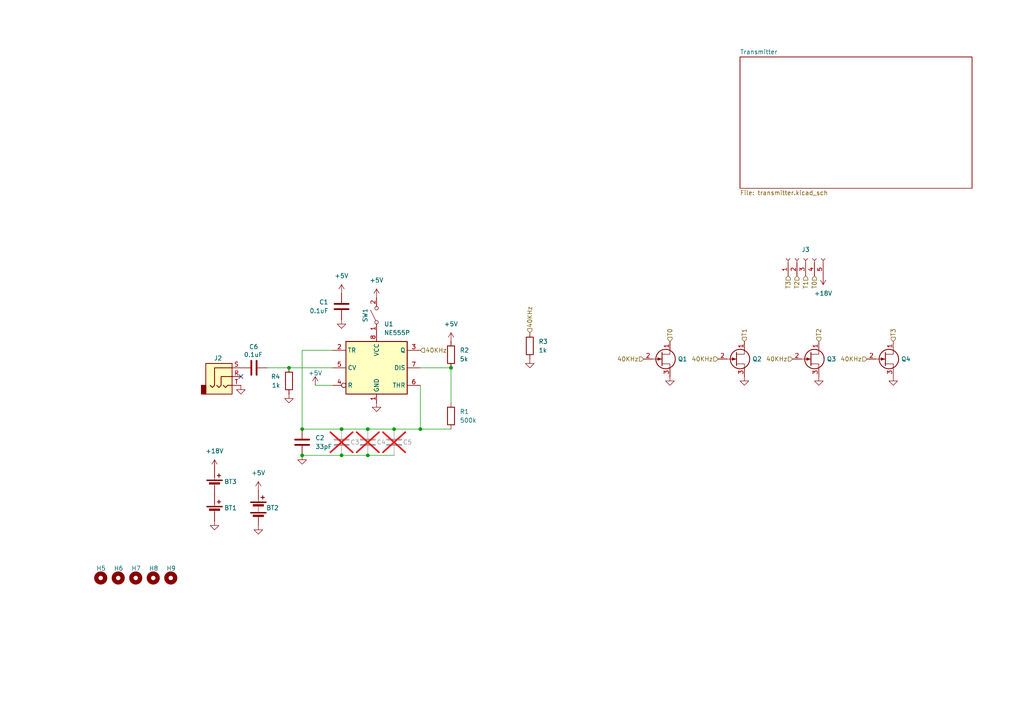
<source format=kicad_sch>
(kicad_sch (version 20250114) (generator "eeschema") (generator_version "9.0")
  (paper "A4")
  (lib_symbols
    (symbol "Connector:Conn_01x05_Socket" (pin_names (offset 1.016) (hide yes))
      (property "Reference" "J" (at 0 7.62 0))
      (property "Value" "Conn_01x05_Socket" (at 0 -7.62 0))
      (symbol "Conn_01x05_Socket_1_1"
        (polyline (pts (xy -1.27 5.08) (xy -0.508 5.08)) (stroke (width 0.1524)))
        (polyline (pts (xy -1.27 2.54) (xy -0.508 2.54)) (stroke (width 0.1524)))
        (polyline (pts (xy -1.27 0) (xy -0.508 0)) (stroke (width 0.1524)))
        (polyline (pts (xy -1.27 -2.54) (xy -0.508 -2.54)) (stroke (width 0.1524)))
        (polyline (pts (xy -1.27 -5.08) (xy -0.508 -5.08)) (stroke (width 0.1524)))
        (arc (start 0 4.572) (mid -0.5058 5.08) (end 0 5.588) (stroke (width 0.1524)))
        (arc (start 0 2.032) (mid -0.5058 2.54) (end 0 3.048) (stroke (width 0.1524)))
        (arc (start 0 -0.508) (mid -0.5058 0) (end 0 0.508) (stroke (width 0.1524)))
        (arc (start 0 -3.048) (mid -0.5058 -2.54) (end 0 -2.032) (stroke (width 0.1524)))
        (arc (start 0 -5.588) (mid -0.5058 -5.08) (end 0 -4.572) (stroke (width 0.1524)))
        (pin passive line (at -5.08 5.08 0) (length 3.81) (name "Pin_1") (number "1"))
        (pin passive line (at -5.08 2.54 0) (length 3.81) (name "Pin_2") (number "2"))
        (pin passive line (at -5.08 0 0) (length 3.81) (name "Pin_3") (number "3"))
        (pin passive line (at -5.08 -2.54 0) (length 3.81) (name "Pin_4") (number "4"))
        (pin passive line (at -5.08 -5.08 0) (length 3.81) (name "Pin_5") (number "5"))
      )
    )
    (symbol "Connector_Audio:AudioJack3"
      (property "Reference" "J" (at 0 8.89 0))
      (property "Value" "AudioJack3" (at 0 6.35 0))
      (symbol "AudioJack3_0_1"
        (rectangle (start -5.08 -5.08) (end -6.35 -2.54) (stroke (width 0.254)) (fill (type outline)))
        (polyline (pts (xy -1.905 -2.54) (xy -1.27 -3.175) (xy -0.635 -2.54) (xy -0.635 0) (xy 2.54 0)) (stroke (width 0.254)))
        (polyline (pts (xy 0 -2.54) (xy 0.635 -3.175) (xy 1.27 -2.54) (xy 2.54 -2.54)) (stroke (width 0.254)))
        (rectangle (start 2.54 3.81) (end -5.08 -5.08) (stroke (width 0.254)) (fill (type background)))
        (polyline (pts (xy 2.54 2.54) (xy -2.54 2.54) (xy -2.54 -2.54) (xy -3.175 -3.175) (xy -3.81 -2.54)) (stroke (width 0.254)))
      )
      (symbol "AudioJack3_1_1"
        (pin passive line (at 5.08 2.54 180) (length 2.54) (name "~") (number "S"))
        (pin passive line (at 5.08 0 180) (length 2.54) (name "~") (number "R"))
        (pin passive line (at 5.08 -2.54 180) (length 2.54) (name "~") (number "T"))
      )
    )
    (symbol "Custom:+18V" (power) (in_bom no) (on_board no)
      (property "Value" "+18V" (at 0 0 0))
      (symbol "+18V_0_1"
        (polyline (pts (xy 0 0) (xy 0 2.54)))
        (polyline (pts (xy 0 0) (xy 0 2.54) (xy -0.762 1.27) (xy 0 2.54) (xy 0.762 1.27) (xy 0 2.54) (xy 0 0.127)))
      )
      (symbol "+18V_1_1"
        (pin power_in line (at 0 0 90) (length 2.54) (hide yes) (name "+18V") (number "1"))
      )
    )
    (symbol "Device:Battery" (pin_numbers (hide yes)) (pin_names (offset 0) (hide yes))
      (property "Reference" "BT" (at 2.54 2.54 0))
      (property "Value" "Battery" (at 2.54 0 0))
      (symbol "Battery_0_1"
        (rectangle (start -2.286 1.778) (end 2.286 1.524) (fill (type outline)))
        (rectangle (start -2.286 -1.27) (end 2.286 -1.524) (fill (type outline)))
        (rectangle (start -1.524 1.016) (end 1.524 0.508) (fill (type outline)))
        (rectangle (start -1.524 -2.032) (end 1.524 -2.54) (fill (type outline)))
        (polyline (pts (xy 0 1.778) (xy 0 2.54)))
        (polyline (pts (xy 0 0) (xy 0 0.254)))
        (polyline (pts (xy 0 -0.508) (xy 0 -0.254)))
        (polyline (pts (xy 0 -1.016) (xy 0 -0.762)))
        (polyline (pts (xy 0.762 3.048) (xy 1.778 3.048)) (stroke (width 0.254)))
        (polyline (pts (xy 1.27 3.556) (xy 1.27 2.54)) (stroke (width 0.254)))
      )
      (symbol "Battery_1_1"
        (pin passive line (at 0 5.08 270) (length 2.54) (name "+") (number "1"))
        (pin passive line (at 0 -5.08 90) (length 2.54) (name "-") (number "2"))
      )
    )
    (symbol "Device:Battery_Cell" (pin_numbers (hide yes)) (pin_names (offset 0) (hide yes))
      (property "Reference" "BT" (at 2.54 2.54 0))
      (property "Value" "Battery_Cell" (at 2.54 0 0))
      (symbol "Battery_Cell_0_1"
        (rectangle (start -2.286 1.778) (end 2.286 1.524) (fill (type outline)))
        (rectangle (start -1.524 1.016) (end 1.524 0.508) (fill (type outline)))
        (polyline (pts (xy 0 1.778) (xy 0 2.54)))
        (polyline (pts (xy 0 0.762) (xy 0 0)))
        (polyline (pts (xy 0.762 3.048) (xy 1.778 3.048)) (stroke (width 0.254)))
        (polyline (pts (xy 1.27 3.556) (xy 1.27 2.54)) (stroke (width 0.254)))
      )
      (symbol "Battery_Cell_1_1"
        (pin passive line (at 0 5.08 270) (length 2.54) (name "+") (number "1"))
        (pin passive line (at 0 -2.54 90) (length 2.54) (name "-") (number "2"))
      )
    )
    (symbol "Device:C" (pin_numbers (hide yes)) (pin_names (offset 0.254))
      (property "Reference" "C" (at 0.635 2.54 0))
      (property "Value" "C" (at 0.635 -2.54 0))
      (symbol "C_0_1"
        (polyline (pts (xy -2.032 0.762) (xy 2.032 0.762)) (stroke (width 0.508)))
        (polyline (pts (xy -2.032 -0.762) (xy 2.032 -0.762)) (stroke (width 0.508)))
      )
      (symbol "C_1_1"
        (pin passive line (at 0 3.81 270) (length 2.794) (name "~") (number "1"))
        (pin passive line (at 0 -3.81 90) (length 2.794) (name "~") (number "2"))
      )
    )
    (symbol "Device:R" (pin_numbers (hide yes)) (pin_names (offset 0))
      (property "Reference" "R" (at 2.032 0 90))
      (property "Value" "R" (at 0 0 90))
      (symbol "R_0_1"
        (rectangle (start -1.016 -2.54) (end 1.016 2.54) (stroke (width 0.254)))
      )
      (symbol "R_1_1"
        (pin passive line (at 0 3.81 270) (length 1.27) (name "~") (number "1"))
        (pin passive line (at 0 -3.81 90) (length 1.27) (name "~") (number "2"))
      )
    )
    (symbol "Mechanical:MountingHole" (pin_names (offset 1.016)) (in_bom no)
      (property "Reference" "H" (at 0 5.08 0))
      (property "Value" "MountingHole" (at 0 3.175 0))
      (symbol "MountingHole_0_1"
        (circle (center 0 0) (radius 1.27) (stroke (width 1.27)))
      )
    )
    (symbol "Switch:SW_SPST" (pin_names (offset 0) (hide yes))
      (property "Reference" "SW" (at 0 3.175 0))
      (property "Value" "SW_SPST" (at 0 -2.54 0))
      (symbol "SW_SPST_0_0"
        (circle (center -2.032 0) (radius 0.508))
        (polyline (pts (xy -1.524 0.254) (xy 1.524 1.778)))
        (circle (center 2.032 0) (radius 0.508))
      )
      (symbol "SW_SPST_1_1"
        (pin passive line (at -5.08 0 0) (length 2.54) (name "A") (number "1"))
        (pin passive line (at 5.08 0 180) (length 2.54) (name "B") (number "2"))
      )
    )
    (symbol "Timer:NE555P"
      (property "Reference" "U" (at -10.16 8.89 0))
      (property "Value" "NE555P" (at 2.54 8.89 0))
      (symbol "NE555P_0_0"
        (pin power_in line (at 0 10.16 270) (length 2.54) (name "VCC") (number "8"))
        (pin power_in line (at 0 -10.16 90) (length 2.54) (name "GND") (number "1"))
      )
      (symbol "NE555P_0_1"
        (rectangle (start -8.89 -7.62) (end 8.89 7.62) (stroke (width 0.254)) (fill (type background)))
        (rectangle (start -8.89 -7.62) (end 8.89 7.62) (stroke (width 0.254)) (fill (type background)))
      )
      (symbol "NE555P_1_1"
        (pin input line (at -12.7 5.08 0) (length 3.81) (name "TR") (number "2"))
        (pin input line (at -12.7 0 0) (length 3.81) (name "CV") (number "5"))
        (pin input inverted (at -12.7 -5.08 0) (length 3.81) (name "R") (number "4"))
        (pin output line (at 12.7 5.08 180) (length 3.81) (name "Q") (number "3"))
        (pin input line (at 12.7 0 180) (length 3.81) (name "DIS") (number "7"))
        (pin input line (at 12.7 -5.08 180) (length 3.81) (name "THR") (number "6"))
      )
    )
    (symbol "Transistor_FET:2N3819" (pin_names (hide yes))
      (property "Reference" "Q" (at 5.08 1.905 0))
      (property "Value" "2N3819" (at 5.08 0 0))
      (symbol "2N3819_0_1"
        (polyline (pts (xy 0 0) (xy -1.016 0.381) (xy -1.016 -0.381) (xy 0 0)) (fill (type outline)))
        (polyline (pts (xy 0.254 1.905) (xy 0.254 -1.905)) (stroke (width 0.254)))
        (polyline (pts (xy 0.254 0) (xy -2.54 0)))
        (circle (center 1.27 0) (radius 2.8194) (stroke (width 0.254)))
        (polyline (pts (xy 2.54 2.54) (xy 2.54 1.397) (xy 0.254 1.397)))
        (polyline (pts (xy 2.54 -2.54) (xy 2.54 -1.397) (xy 0.254 -1.397)))
      )
      (symbol "2N3819_1_1"
        (pin input line (at -5.08 0 0) (length 2.54) (name "G") (number "2"))
        (pin passive line (at 2.54 5.08 270) (length 2.54) (name "D") (number "1"))
        (pin passive line (at 2.54 -5.08 90) (length 2.54) (name "S") (number "3"))
      )
    )
    (symbol "power:+5V" (power) (pin_numbers (hide yes)) (pin_names (offset 0) (hide yes))
      (property "Value" "+5V" (at 0 3.556 0))
      (symbol "+5V_0_1"
        (polyline (pts (xy -0.762 1.27) (xy 0 2.54)))
        (polyline (pts (xy 0 2.54) (xy 0.762 1.27)))
        (polyline (pts (xy 0 0) (xy 0 2.54)))
      )
      (symbol "+5V_1_1"
        (pin power_in line (at 0 0 90) (length 0) (name "~") (number "1"))
      )
    )
    (symbol "power:GND" (power) (pin_numbers (hide yes)) (pin_names (offset 0) (hide yes))
      (property "Value" "GND" (at 0 -3.81 0))
      (symbol "GND_0_1"
        (polyline (pts (xy 0 0) (xy 0 -1.27) (xy 1.27 -1.27) (xy 0 -2.54) (xy -1.27 -1.27) (xy 0 -1.27)))
      )
      (symbol "GND_1_1"
        (pin power_in line (at 0 0 270) (length 0) (name "~") (number "1"))
      )
    )
  )
  (junction (at 87.63 132.08))
  (junction (at 130.81 106.68))
  (junction (at 114.3 124.46))
  (junction (at 99.06 132.08))
  (junction (at 106.68 132.08))
  (junction (at 121.92 124.46))
  (junction (at 87.63 124.46))
  (junction (at 99.06 124.46))
  (junction (at 83.82 106.68))
  (junction (at 106.68 124.46))
  (no_connect (at 69.85 109.22))
  (wire (pts (xy 99.06 124.46) (xy 106.68 124.46)))
  (wire (pts (xy 77.47 106.68) (xy 83.82 106.68)))
  (wire (pts (xy 83.82 106.68) (xy 96.52 106.68)))
  (wire (pts (xy 99.06 132.08) (xy 106.68 132.08)))
  (wire (pts (xy 121.92 124.46) (xy 121.92 111.76)))
  (wire (pts (xy 114.3 124.46) (xy 121.92 124.46)))
  (wire (pts (xy 87.63 124.46) (xy 99.06 124.46)))
  (wire (pts (xy 106.68 124.46) (xy 114.3 124.46)))
  (wire (pts (xy 106.68 132.08) (xy 114.3 132.08)))
  (wire (pts (xy 87.63 101.6) (xy 87.63 124.46)))
  (wire (pts (xy 87.63 132.08) (xy 99.06 132.08)))
  (wire (pts (xy 121.92 124.46) (xy 130.81 124.46)))
  (wire (pts (xy 96.52 101.6) (xy 87.63 101.6)))
  (wire (pts (xy 91.44 111.76) (xy 96.52 111.76)))
  (wire (pts (xy 121.92 106.68) (xy 130.81 106.68)))
  (wire (pts (xy 130.81 106.68) (xy 130.81 116.84)))
  (hierarchical_label "T2" (shape input) (at 231.14 80.01 270))
  (hierarchical_label "T0" (shape input) (at 194.31 99.06 90))
  (hierarchical_label "40KHz" (shape input) (at 121.92 101.6 0))
  (hierarchical_label "40KHz" (shape input) (at 229.87 104.14 180))
  (hierarchical_label "40KHz" (shape input) (at 208.28 104.14 180))
  (hierarchical_label "T0" (shape input) (at 236.22 80.01 270))
  (hierarchical_label "T3" (shape input) (at 228.6 80.01 270))
  (hierarchical_label "40KHz" (shape input) (at 251.46 104.14 180))
  (hierarchical_label "T3" (shape input) (at 259.08 99.06 90))
  (hierarchical_label "40KHz" (shape input) (at 186.69 104.14 180))
  (hierarchical_label "40KHz" (shape input) (at 153.67 96.52 90))
  (hierarchical_label "T2" (shape input) (at 237.49 99.06 90))
  (hierarchical_label "T1" (shape input) (at 233.68 80.01 270))
  (hierarchical_label "T1" (shape input) (at 215.9 99.06 90))
  (symbol (lib_id "Transistor_FET:2N3819") (at 234.95 104.14 0) (unit 1)
    (property "Reference" "Q3" (at 239.776 104.14 0) (effects (justify left)))
    (property "Footprint" "Package_TO_SOT_THT:TO-92" (effects (hide yes)))
    (property "Datasheet" "https://www.diodes.com/assets/Datasheets/ZVNL120A.pdf" (effects (hide yes)))
  )
  (symbol (lib_id "power:+5V") (at 91.44 111.76 0) (unit 1)
    (property "Reference" "#PWR05" (effects (hide yes)))
    (property "Value" "+5V" (at 91.44 108.204 0))
    (property "Description" "Power symbol creates a global label with name \"+5V\"" (effects (hide yes)))
  )
  (symbol (lib_id "Switch:SW_SPST") (at 109.22 91.44 90) (unit 1)
    (property "Reference" "SW1" (at 105.918 91.44 0))
    (property "Value" "SW_SPST" (effects (hide yes)))
    (property "Footprint" "Custom:SW_SPST_G-105-0513" (effects (hide yes)))
    (property "Description" "Single Pole Single Throw (SPST) switch" (effects (hide yes)))
  )
  (symbol (lib_id "Transistor_FET:2N3819") (at 213.36 104.14 0) (unit 1)
    (property "Reference" "Q2" (at 218.186 104.14 0) (effects (justify left)))
    (property "Footprint" "Package_TO_SOT_THT:TO-92" (effects (hide yes)))
    (property "Datasheet" "https://www.diodes.com/assets/Datasheets/ZVNL120A.pdf" (effects (hide yes)))
  )
  (symbol (lib_id "power:+5V") (at 130.81 99.06 0) (unit 1)
    (property "Reference" "#PWR07" (effects (hide yes)))
    (property "Value" "+5V" (at 130.81 93.98 0))
    (property "Description" "Power symbol creates a global label with name \"+5V\"" (effects (hide yes)))
  )
  (symbol (lib_id "Mechanical:MountingHole") (at 39.37 167.64 0) (unit 1) (in_bom no)
    (property "Reference" "H7" (at 38.1 164.846 0) (effects (justify left)))
    (property "Value" "MountingHole" (effects (hide yes)))
    (property "Footprint" "MountingHole:MountingHole_3.2mm_M3" (effects (hide yes)))
    (property "Description" "Mounting Hole without connection" (effects (hide yes)))
  )
  (symbol (lib_id "Device:R") (at 83.82 110.49 0) (mirror y) (unit 1)
    (property "Reference" "R4" (at 81.28 109.2199 0) (effects (justify left)))
    (property "Value" "1k" (at 81.28 111.7599 0) (effects (justify left)))
    (property "Footprint" "Resistor_THT:R_Axial_DIN0309_L9.0mm_D3.2mm_P12.70mm_Horizontal" (effects (hide yes)))
    (property "Description" "Resistor" (effects (hide yes)))
  )
  (symbol (lib_id "power:+5V") (at 74.93 142.24 0) (unit 1)
    (property "Reference" "#PWR017" (effects (hide yes)))
    (property "Value" "+5V" (at 74.93 137.16 0))
    (property "Description" "Power symbol creates a global label with name \"+5V\"" (effects (hide yes)))
  )
  (symbol (lib_id "power:GND") (at 237.49 109.22 0) (unit 1)
    (property "Reference" "#PWR014" (effects (hide yes)))
    (property "Value" "GND" (effects (hide yes)))
    (property "Description" "Power symbol creates a global label with name \"GND\" , ground" (effects (hide yes)))
  )
  (symbol (lib_id "Custom:+18V") (at 62.23 135.89 0) (unit 1) (in_bom no) (on_board no)
    (property "Reference" "#PWR011" (effects (hide yes)))
    (property "Value" "+18V" (at 62.23 130.81 0))
  )
  (symbol (lib_id "power:GND") (at 99.06 92.71 0) (unit 1)
    (property "Reference" "#PWR04" (effects (hide yes)))
    (property "Value" "GND" (effects (hide yes)))
    (property "Description" "Power symbol creates a global label with name \"GND\" , ground" (effects (hide yes)))
  )
  (symbol (lib_id "Transistor_FET:2N3819") (at 191.77 104.14 0) (unit 1)
    (property "Reference" "Q1" (at 196.596 104.14 0) (effects (justify left)))
    (property "Footprint" "Package_TO_SOT_THT:TO-92" (effects (hide yes)))
    (property "Datasheet" "https://www.diodes.com/assets/Datasheets/ZVNL120A.pdf" (effects (hide yes)))
  )
  (symbol (lib_id "Custom:+18V") (at 238.76 80.01 180) (unit 1) (in_bom no) (on_board no)
    (property "Reference" "#PWR018" (effects (hide yes)))
    (property "Value" "+18V" (at 238.76 85.09 0))
  )
  (symbol (lib_id "power:GND") (at 83.82 114.3 0) (unit 1)
    (property "Reference" "#PWR010" (effects (hide yes)))
    (property "Value" "GND" (effects (hide yes)))
    (property "Description" "Power symbol creates a global label with name \"GND\" , ground" (effects (hide yes)))
  )
  (symbol (lib_id "Mechanical:MountingHole") (at 44.45 167.64 0) (unit 1) (in_bom no)
    (property "Reference" "H8" (at 43.18 164.846 0) (effects (justify left)))
    (property "Value" "MountingHole" (effects (hide yes)))
    (property "Footprint" "MountingHole:MountingHole_3.2mm_M3" (effects (hide yes)))
    (property "Description" "Mounting Hole without connection" (effects (hide yes)))
  )
  (symbol (lib_id "Timer:NE555P") (at 109.22 106.68 0) (unit 1)
    (property "Reference" "U1" (at 111.3633 93.98 0) (effects (justify left)))
    (property "Value" "NE555P" (at 111.3633 96.52 0) (effects (justify left)))
    (property "Footprint" "Package_DIP:DIP-8_W7.62mm" (effects (hide yes)))
    (property "Datasheet" "http://www.ti.com/lit/ds/symlink/ne555.pdf" (effects (hide yes)))
    (property "Description" "Precision Timers, 555 compatible,  PDIP-8" (effects (hide yes)))
  )
  (symbol (lib_id "Transistor_FET:2N3819") (at 256.54 104.14 0) (unit 1)
    (property "Reference" "Q4" (at 261.366 104.14 0) (effects (justify left)))
    (property "Footprint" "Package_TO_SOT_THT:TO-92" (effects (hide yes)))
    (property "Datasheet" "https://www.diodes.com/assets/Datasheets/ZVNL120A.pdf" (effects (hide yes)))
  )
  (symbol (lib_id "Device:C") (at 106.68 128.27 0) (unit 1) (in_bom no) (dnp yes)
    (property "Reference" "C4" (at 109.22 128.27 0) (effects (justify left)))
    (property "Value" "33pF" (effects (hide yes)))
    (property "Footprint" "Capacitor_THT:C_Rect_L4.0mm_W2.5mm_P2.50mm" (effects (hide yes)))
    (property "Description" "Unpolarized capacitor" (effects (hide yes)))
  )
  (symbol (lib_id "Connector_Audio:AudioJack3") (at 64.77 109.22 0) (unit 1)
    (property "Reference" "J2" (at 63.246 103.886 0))
    (property "Value" "AudioJack3" (effects (hide yes)))
    (property "Footprint" "Custom:Jack_STX-3000" (effects (hide yes)))
    (property "Description" "Audio Jack, 3 Poles (Stereo / TRS)" (effects (hide yes)))
    (property "Part #" "STX-3000" (effects (hide yes)))
  )
  (symbol (lib_id "power:GND") (at 259.08 109.22 0) (unit 1)
    (property "Reference" "#PWR015" (effects (hide yes)))
    (property "Value" "GND" (effects (hide yes)))
    (property "Description" "Power symbol creates a global label with name \"GND\" , ground" (effects (hide yes)))
  )
  (symbol (lib_id "power:GND") (at 153.67 104.14 0) (unit 1)
    (property "Reference" "#PWR09" (effects (hide yes)))
    (property "Value" "GND" (effects (hide yes)))
    (property "Description" "Power symbol creates a global label with name \"GND\" , ground" (effects (hide yes)))
  )
  (symbol (lib_id "power:GND") (at 87.63 132.08 0) (unit 1)
    (property "Reference" "#PWR06" (effects (hide yes)))
    (property "Value" "GND" (effects (hide yes)))
    (property "Description" "Power symbol creates a global label with name \"GND\" , ground" (effects (hide yes)))
  )
  (symbol (lib_id "Device:C") (at 99.06 88.9 0) (mirror y) (unit 1)
    (property "Reference" "C1" (at 95.25 87.6299 0) (effects (justify left)))
    (property "Value" "0.1uF" (at 95.25 90.1699 0) (effects (justify left)))
    (property "Footprint" "Capacitor_THT:C_Rect_L4.6mm_W3.0mm_P2.50mm_MKS02_FKP02" (effects (hide yes)))
    (property "Description" "Unpolarized capacitor" (effects (hide yes)))
  )
  (symbol (lib_id "Mechanical:MountingHole") (at 34.29 167.64 0) (unit 1) (in_bom no)
    (property "Reference" "H6" (at 33.02 164.846 0) (effects (justify left)))
    (property "Value" "MountingHole" (effects (hide yes)))
    (property "Footprint" "MountingHole:MountingHole_3.2mm_M3" (effects (hide yes)))
    (property "Description" "Mounting Hole without connection" (effects (hide yes)))
  )
  (symbol (lib_id "power:GND") (at 215.9 109.22 0) (unit 1)
    (property "Reference" "#PWR013" (effects (hide yes)))
    (property "Value" "GND" (effects (hide yes)))
    (property "Description" "Power symbol creates a global label with name \"GND\" , ground" (effects (hide yes)))
  )
  (symbol (lib_id "power:GND") (at 194.31 109.22 0) (unit 1)
    (property "Reference" "#PWR012" (effects (hide yes)))
    (property "Value" "GND" (effects (hide yes)))
    (property "Description" "Power symbol creates a global label with name \"GND\" , ground" (effects (hide yes)))
  )
  (symbol (lib_id "Device:Battery_Cell") (at 62.23 148.59 0) (unit 1)
    (property "Reference" "BT1" (at 65.024 147.32 0) (effects (justify left)))
    (property "Value" "Battery_Cell" (effects (hide yes)))
    (property "Footprint" "Custom:Battery_Single_Cell_Keystone_967" (effects (hide yes)))
    (property "Description" "Single-cell battery" (effects (hide yes)))
  )
  (symbol (lib_id "Mechanical:MountingHole") (at 49.53 167.64 0) (unit 1) (in_bom no)
    (property "Reference" "H9" (at 48.26 164.846 0) (effects (justify left)))
    (property "Value" "MountingHole" (effects (hide yes)))
    (property "Footprint" "MountingHole:MountingHole_3.2mm_M3" (effects (hide yes)))
    (property "Description" "Mounting Hole without connection" (effects (hide yes)))
  )
  (symbol (lib_id "Device:R") (at 130.81 120.65 0) (unit 1)
    (property "Reference" "R1" (at 133.35 119.3799 0) (effects (justify left)))
    (property "Value" "500k" (at 133.35 121.9199 0) (effects (justify left)))
    (property "Footprint" "Resistor_THT:R_Axial_DIN0207_L6.3mm_D2.5mm_P10.16mm_Horizontal" (effects (hide yes)))
    (property "Description" "Resistor" (effects (hide yes)))
  )
  (symbol (lib_id "power:GND") (at 74.93 152.4 0) (unit 1)
    (property "Reference" "#PWR019" (effects (hide yes)))
    (property "Value" "GND" (effects (hide yes)))
    (property "Description" "Power symbol creates a global label with name \"GND\" , ground" (effects (hide yes)))
  )
  (symbol (lib_id "Mechanical:MountingHole") (at 29.21 167.64 0) (unit 1) (in_bom no)
    (property "Reference" "H5" (at 27.94 164.846 0) (effects (justify left)))
    (property "Value" "MountingHole" (effects (hide yes)))
    (property "Footprint" "MountingHole:MountingHole_3.2mm_M3" (effects (hide yes)))
    (property "Description" "Mounting Hole without connection" (effects (hide yes)))
  )
  (symbol (lib_id "Device:Battery_Cell") (at 62.23 140.97 0) (unit 1)
    (property "Reference" "BT3" (at 65.024 139.7 0) (effects (justify left)))
    (property "Value" "Battery_Cell" (effects (hide yes)))
    (property "Footprint" "Custom:Battery_Single_Cell_Keystone_967" (effects (hide yes)))
    (property "Description" "Single-cell battery" (effects (hide yes)))
  )
  (symbol (lib_id "Device:R") (at 153.67 100.33 0) (unit 1)
    (property "Reference" "R3" (at 156.21 99.0599 0) (effects (justify left)))
    (property "Value" "1k" (at 156.21 101.5999 0) (effects (justify left)))
    (property "Footprint" "Resistor_THT:R_Axial_DIN0207_L6.3mm_D2.5mm_P15.24mm_Horizontal" (effects (hide yes)))
    (property "Description" "Resistor" (effects (hide yes)))
  )
  (symbol (lib_id "Device:C") (at 99.06 128.27 0) (unit 1) (in_bom no) (dnp yes)
    (property "Reference" "C3" (at 101.6 128.27 0) (effects (justify left)))
    (property "Value" "33pF" (effects (hide yes)))
    (property "Footprint" "Capacitor_THT:C_Rect_L4.0mm_W2.5mm_P2.50mm" (effects (hide yes)))
    (property "Description" "Unpolarized capacitor" (effects (hide yes)))
  )
  (symbol (lib_id "Device:C") (at 73.66 106.68 90) (unit 1)
    (property "Reference" "C6" (at 74.93 100.584 90) (effects (justify left)))
    (property "Value" "0.1uF" (at 76.2 102.87 90) (effects (justify left)))
    (property "Footprint" "Capacitor_THT:C_Rect_L4.6mm_W3.0mm_P2.50mm_MKS02_FKP02" (effects (hide yes)))
    (property "Description" "Unpolarized capacitor" (effects (hide yes)))
  )
  (symbol (lib_id "power:GND") (at 62.23 151.13 0) (unit 1)
    (property "Reference" "#PWR016" (effects (hide yes)))
    (property "Value" "GND" (effects (hide yes)))
    (property "Description" "Power symbol creates a global label with name \"GND\" , ground" (effects (hide yes)))
  )
  (symbol (lib_id "power:+5V") (at 109.22 86.36 0) (unit 1)
    (property "Reference" "#PWR02" (effects (hide yes)))
    (property "Value" "+5V" (at 109.22 81.28 0))
    (property "Description" "Power symbol creates a global label with name \"+5V\"" (effects (hide yes)))
  )
  (symbol (lib_id "Connector:Conn_01x05_Socket") (at 233.68 74.93 90) (unit 1)
    (property "Reference" "J3" (at 233.68 72.39 90))
    (property "Value" "Conn_01x05_Socket" (effects (hide yes)))
    (property "Footprint" "Connector_JST:JST_EH_S5B-EH_1x05_P2.50mm_Horizontal" (effects (hide yes)))
    (property "Description" "Generic connector, single row, 01x05, script generated" (effects (hide yes)))
    (property "Part #" "S5B-EH" (effects (hide yes)))
    (property "Digikey Part #" "455-S5B-EH-ND" (effects (hide yes)))
  )
  (symbol (lib_id "power:GND") (at 69.85 111.76 0) (unit 1)
    (property "Reference" "#PWR08" (effects (hide yes)))
    (property "Value" "GND" (effects (hide yes)))
    (property "Description" "Power symbol creates a global label with name \"GND\" , ground" (effects (hide yes)))
  )
  (symbol (lib_id "power:GND") (at 109.22 116.84 0) (unit 1)
    (property "Reference" "#PWR01" (effects (hide yes)))
    (property "Value" "GND" (effects (hide yes)))
    (property "Description" "Power symbol creates a global label with name \"GND\" , ground" (effects (hide yes)))
  )
  (symbol (lib_id "Device:C") (at 114.3 128.27 0) (unit 1) (in_bom no) (dnp yes)
    (property "Reference" "C5" (at 116.84 128.27 0) (effects (justify left)))
    (property "Value" "33pF" (effects (hide yes)))
    (property "Footprint" "Capacitor_THT:C_Rect_L4.0mm_W2.5mm_P2.50mm" (effects (hide yes)))
    (property "Description" "Unpolarized capacitor" (effects (hide yes)))
  )
  (symbol (lib_id "Device:R") (at 130.81 102.87 0) (unit 1)
    (property "Reference" "R2" (at 133.35 101.5999 0) (effects (justify left)))
    (property "Value" "5k" (at 133.35 104.1399 0) (effects (justify left)))
    (property "Footprint" "Resistor_THT:R_Axial_DIN0207_L6.3mm_D2.5mm_P10.16mm_Horizontal" (effects (hide yes)))
    (property "Description" "Resistor" (effects (hide yes)))
  )
  (symbol (lib_id "Device:C") (at 87.63 128.27 0) (unit 1)
    (property "Reference" "C2" (at 91.44 126.9999 0) (effects (justify left)))
    (property "Value" "33pF" (at 91.44 129.5399 0) (effects (justify left)))
    (property "Footprint" "Capacitor_THT:C_Rect_L4.0mm_W2.5mm_P2.50mm" (effects (hide yes)))
    (property "Description" "Unpolarized capacitor" (effects (hide yes)))
  )
  (symbol (lib_id "Device:Battery") (at 74.93 147.32 0) (unit 1)
    (property "Reference" "BT2" (at 77.216 147.32 0) (effects (justify left)))
    (property "Value" "Battery" (effects (hide yes)))
    (property "Footprint" "Custom:Battery_BC3AAPC" (effects (hide yes)))
    (property "Description" "Multiple-cell battery" (effects (hide yes)))
  )
  (symbol (lib_id "power:+5V") (at 99.06 85.09 0) (unit 1)
    (property "Reference" "#PWR03" (effects (hide yes)))
    (property "Value" "+5V" (at 99.06 80.01 0))
    (property "Description" "Power symbol creates a global label with name \"+5V\"" (effects (hide yes)))
  )
  (sheet (at 214.63 16.51) (size 67.31 38.1) (stroke (width 0.1524))
    (property "Sheetname" "Transmitter" (at 214.63 15.7984 0) (effects (justify left bottom)))
    (property "Sheetfile" "transmitter.kicad_sch" (at 214.63 55.1946 0) (effects (justify left top)))
  )
)
</source>
